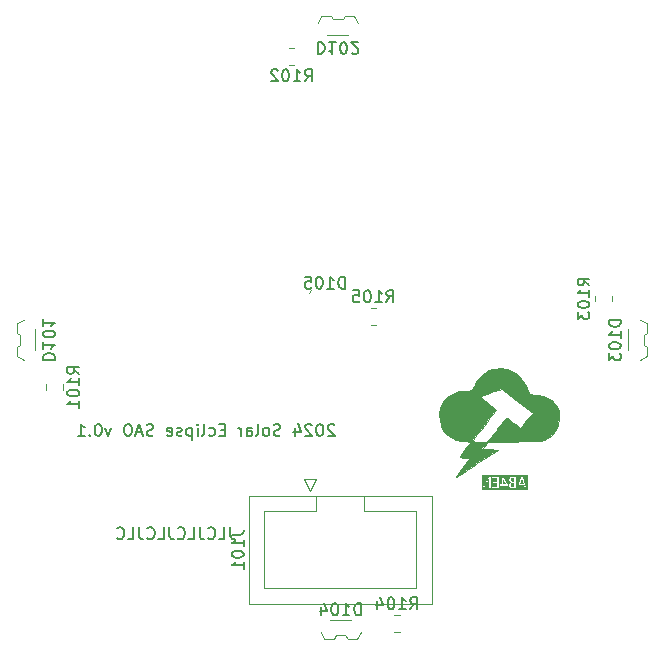
<source format=gbr>
%TF.GenerationSoftware,KiCad,Pcbnew,8.0.5-8.0.5-0~ubuntu22.04.1*%
%TF.CreationDate,2024-10-15T22:57:18-04:00*%
%TF.ProjectId,eclipse_sao_v1,65636c69-7073-4655-9f73-616f5f76312e,rev?*%
%TF.SameCoordinates,Original*%
%TF.FileFunction,Legend,Bot*%
%TF.FilePolarity,Positive*%
%FSLAX46Y46*%
G04 Gerber Fmt 4.6, Leading zero omitted, Abs format (unit mm)*
G04 Created by KiCad (PCBNEW 8.0.5-8.0.5-0~ubuntu22.04.1) date 2024-10-15 22:57:18*
%MOMM*%
%LPD*%
G01*
G04 APERTURE LIST*
%ADD10C,0.150000*%
%ADD11C,0.010000*%
%ADD12C,0.120000*%
G04 APERTURE END LIST*
D10*
X52877506Y-63869819D02*
X52877506Y-64584104D01*
X52877506Y-64584104D02*
X52925125Y-64726961D01*
X52925125Y-64726961D02*
X53020363Y-64822200D01*
X53020363Y-64822200D02*
X53163220Y-64869819D01*
X53163220Y-64869819D02*
X53258458Y-64869819D01*
X51925125Y-64869819D02*
X52401315Y-64869819D01*
X52401315Y-64869819D02*
X52401315Y-63869819D01*
X51020363Y-64774580D02*
X51067982Y-64822200D01*
X51067982Y-64822200D02*
X51210839Y-64869819D01*
X51210839Y-64869819D02*
X51306077Y-64869819D01*
X51306077Y-64869819D02*
X51448934Y-64822200D01*
X51448934Y-64822200D02*
X51544172Y-64726961D01*
X51544172Y-64726961D02*
X51591791Y-64631723D01*
X51591791Y-64631723D02*
X51639410Y-64441247D01*
X51639410Y-64441247D02*
X51639410Y-64298390D01*
X51639410Y-64298390D02*
X51591791Y-64107914D01*
X51591791Y-64107914D02*
X51544172Y-64012676D01*
X51544172Y-64012676D02*
X51448934Y-63917438D01*
X51448934Y-63917438D02*
X51306077Y-63869819D01*
X51306077Y-63869819D02*
X51210839Y-63869819D01*
X51210839Y-63869819D02*
X51067982Y-63917438D01*
X51067982Y-63917438D02*
X51020363Y-63965057D01*
X50306077Y-63869819D02*
X50306077Y-64584104D01*
X50306077Y-64584104D02*
X50353696Y-64726961D01*
X50353696Y-64726961D02*
X50448934Y-64822200D01*
X50448934Y-64822200D02*
X50591791Y-64869819D01*
X50591791Y-64869819D02*
X50687029Y-64869819D01*
X49353696Y-64869819D02*
X49829886Y-64869819D01*
X49829886Y-64869819D02*
X49829886Y-63869819D01*
X48448934Y-64774580D02*
X48496553Y-64822200D01*
X48496553Y-64822200D02*
X48639410Y-64869819D01*
X48639410Y-64869819D02*
X48734648Y-64869819D01*
X48734648Y-64869819D02*
X48877505Y-64822200D01*
X48877505Y-64822200D02*
X48972743Y-64726961D01*
X48972743Y-64726961D02*
X49020362Y-64631723D01*
X49020362Y-64631723D02*
X49067981Y-64441247D01*
X49067981Y-64441247D02*
X49067981Y-64298390D01*
X49067981Y-64298390D02*
X49020362Y-64107914D01*
X49020362Y-64107914D02*
X48972743Y-64012676D01*
X48972743Y-64012676D02*
X48877505Y-63917438D01*
X48877505Y-63917438D02*
X48734648Y-63869819D01*
X48734648Y-63869819D02*
X48639410Y-63869819D01*
X48639410Y-63869819D02*
X48496553Y-63917438D01*
X48496553Y-63917438D02*
X48448934Y-63965057D01*
X47734648Y-63869819D02*
X47734648Y-64584104D01*
X47734648Y-64584104D02*
X47782267Y-64726961D01*
X47782267Y-64726961D02*
X47877505Y-64822200D01*
X47877505Y-64822200D02*
X48020362Y-64869819D01*
X48020362Y-64869819D02*
X48115600Y-64869819D01*
X46782267Y-64869819D02*
X47258457Y-64869819D01*
X47258457Y-64869819D02*
X47258457Y-63869819D01*
X45877505Y-64774580D02*
X45925124Y-64822200D01*
X45925124Y-64822200D02*
X46067981Y-64869819D01*
X46067981Y-64869819D02*
X46163219Y-64869819D01*
X46163219Y-64869819D02*
X46306076Y-64822200D01*
X46306076Y-64822200D02*
X46401314Y-64726961D01*
X46401314Y-64726961D02*
X46448933Y-64631723D01*
X46448933Y-64631723D02*
X46496552Y-64441247D01*
X46496552Y-64441247D02*
X46496552Y-64298390D01*
X46496552Y-64298390D02*
X46448933Y-64107914D01*
X46448933Y-64107914D02*
X46401314Y-64012676D01*
X46401314Y-64012676D02*
X46306076Y-63917438D01*
X46306076Y-63917438D02*
X46163219Y-63869819D01*
X46163219Y-63869819D02*
X46067981Y-63869819D01*
X46067981Y-63869819D02*
X45925124Y-63917438D01*
X45925124Y-63917438D02*
X45877505Y-63965057D01*
X45163219Y-63869819D02*
X45163219Y-64584104D01*
X45163219Y-64584104D02*
X45210838Y-64726961D01*
X45210838Y-64726961D02*
X45306076Y-64822200D01*
X45306076Y-64822200D02*
X45448933Y-64869819D01*
X45448933Y-64869819D02*
X45544171Y-64869819D01*
X44210838Y-64869819D02*
X44687028Y-64869819D01*
X44687028Y-64869819D02*
X44687028Y-63869819D01*
X43306076Y-64774580D02*
X43353695Y-64822200D01*
X43353695Y-64822200D02*
X43496552Y-64869819D01*
X43496552Y-64869819D02*
X43591790Y-64869819D01*
X43591790Y-64869819D02*
X43734647Y-64822200D01*
X43734647Y-64822200D02*
X43829885Y-64726961D01*
X43829885Y-64726961D02*
X43877504Y-64631723D01*
X43877504Y-64631723D02*
X43925123Y-64441247D01*
X43925123Y-64441247D02*
X43925123Y-64298390D01*
X43925123Y-64298390D02*
X43877504Y-64107914D01*
X43877504Y-64107914D02*
X43829885Y-64012676D01*
X43829885Y-64012676D02*
X43734647Y-63917438D01*
X43734647Y-63917438D02*
X43591790Y-63869819D01*
X43591790Y-63869819D02*
X43496552Y-63869819D01*
X43496552Y-63869819D02*
X43353695Y-63917438D01*
X43353695Y-63917438D02*
X43306076Y-63965057D01*
G36*
X76016259Y-59779616D02*
G01*
X76252442Y-60241235D01*
X76009420Y-60241235D01*
X76009420Y-59765613D01*
X76016259Y-59779616D01*
G37*
G36*
X76958792Y-60472044D02*
G01*
X76787090Y-60472044D01*
X76736179Y-60465089D01*
X76703314Y-60450062D01*
X76666659Y-60415220D01*
X76650802Y-60387536D01*
X76636509Y-60340581D01*
X76632484Y-60292281D01*
X76635811Y-60243227D01*
X76647627Y-60195806D01*
X76673520Y-60152376D01*
X76695743Y-60133279D01*
X76742131Y-60114721D01*
X76782205Y-60111053D01*
X76945115Y-60111053D01*
X76958792Y-60111053D01*
X76958792Y-60472044D01*
G37*
G36*
X76958792Y-60004563D02*
G01*
X76943649Y-60004563D01*
X76798080Y-60004563D01*
X76748469Y-59997122D01*
X76722365Y-59985512D01*
X76685189Y-59953035D01*
X76670586Y-59930314D01*
X76654883Y-59882566D01*
X76651779Y-59844340D01*
X76655809Y-59794515D01*
X76667899Y-59754947D01*
X76697914Y-59716032D01*
X76716748Y-59704145D01*
X76764222Y-59690292D01*
X76799302Y-59688025D01*
X76958792Y-59688025D01*
X76958792Y-60004563D01*
G37*
G36*
X77729138Y-60205819D02*
G01*
X77458854Y-60205819D01*
X77594056Y-59754943D01*
X77729138Y-60205819D01*
G37*
G36*
X78081557Y-60691111D02*
G01*
X74169803Y-60691111D01*
X74169803Y-60580000D01*
X74280914Y-60580000D01*
X74407920Y-60580000D01*
X74808478Y-59808436D01*
X74808478Y-60580000D01*
X74934752Y-60580000D01*
X74934752Y-60472044D01*
X75092533Y-60472044D01*
X75092533Y-60580000D01*
X75504082Y-60580000D01*
X75630355Y-60580000D01*
X75630355Y-60241235D01*
X75776413Y-60241235D01*
X75776413Y-60345526D01*
X75887787Y-60345526D01*
X75887787Y-60580000D01*
X76009420Y-60580000D01*
X76009420Y-60345526D01*
X76387752Y-60345526D01*
X76387752Y-60290816D01*
X76505966Y-60290816D01*
X76506046Y-60292281D01*
X76508729Y-60341254D01*
X76518279Y-60391858D01*
X76536663Y-60440911D01*
X76540893Y-60449085D01*
X76570923Y-60492935D01*
X76608991Y-60528128D01*
X76638834Y-60546782D01*
X76684783Y-60565694D01*
X76735985Y-60576756D01*
X76787090Y-60580000D01*
X76958792Y-60580000D01*
X77085066Y-60580000D01*
X77217690Y-60580000D01*
X77346650Y-60580000D01*
X77426335Y-60314263D01*
X77761628Y-60314263D01*
X77841242Y-60580000D01*
X77970446Y-60580000D01*
X77648290Y-59579581D01*
X77621423Y-59579581D01*
X77539846Y-59579581D01*
X77338184Y-60205819D01*
X77217690Y-60580000D01*
X77085066Y-60580000D01*
X77085066Y-59579581D01*
X76799302Y-59579581D01*
X76749169Y-59582120D01*
X76700229Y-59590535D01*
X76684019Y-59594968D01*
X76637063Y-59614691D01*
X76597801Y-59643084D01*
X76564929Y-59682562D01*
X76543824Y-59725638D01*
X76531134Y-59773236D01*
X76525714Y-59824215D01*
X76525287Y-59844340D01*
X76525261Y-59845561D01*
X76530591Y-59897340D01*
X76546579Y-59944537D01*
X76553105Y-59957180D01*
X76581629Y-59997104D01*
X76618474Y-60030110D01*
X76630530Y-60038269D01*
X76656826Y-60051550D01*
X76645413Y-60054013D01*
X76599790Y-60077891D01*
X76591695Y-60084187D01*
X76556590Y-60120887D01*
X76530501Y-60165960D01*
X76527704Y-60172602D01*
X76512844Y-60221676D01*
X76506497Y-60270928D01*
X76505966Y-60290816D01*
X76387752Y-60290816D01*
X76387752Y-60270788D01*
X76016259Y-59579581D01*
X76009420Y-59579581D01*
X75887787Y-59579581D01*
X75887787Y-60241235D01*
X75776413Y-60241235D01*
X75630355Y-60241235D01*
X75630355Y-59579581D01*
X75526796Y-59579581D01*
X75099371Y-59579581D01*
X75099371Y-59688025D01*
X75504082Y-59688025D01*
X75504082Y-60003342D01*
X75150907Y-60003342D01*
X75150907Y-60111053D01*
X75504082Y-60111053D01*
X75504082Y-60472044D01*
X75092533Y-60472044D01*
X74934752Y-60472044D01*
X74934752Y-59579581D01*
X74808478Y-59579581D01*
X74405966Y-60353342D01*
X74405966Y-59579581D01*
X74280914Y-59579581D01*
X74280914Y-60580000D01*
X74169803Y-60580000D01*
X74169803Y-59468470D01*
X78081557Y-59468470D01*
X78081557Y-60691111D01*
G37*
X61710839Y-55215057D02*
X61663220Y-55167438D01*
X61663220Y-55167438D02*
X61567982Y-55119819D01*
X61567982Y-55119819D02*
X61329887Y-55119819D01*
X61329887Y-55119819D02*
X61234649Y-55167438D01*
X61234649Y-55167438D02*
X61187030Y-55215057D01*
X61187030Y-55215057D02*
X61139411Y-55310295D01*
X61139411Y-55310295D02*
X61139411Y-55405533D01*
X61139411Y-55405533D02*
X61187030Y-55548390D01*
X61187030Y-55548390D02*
X61758458Y-56119819D01*
X61758458Y-56119819D02*
X61139411Y-56119819D01*
X60520363Y-55119819D02*
X60425125Y-55119819D01*
X60425125Y-55119819D02*
X60329887Y-55167438D01*
X60329887Y-55167438D02*
X60282268Y-55215057D01*
X60282268Y-55215057D02*
X60234649Y-55310295D01*
X60234649Y-55310295D02*
X60187030Y-55500771D01*
X60187030Y-55500771D02*
X60187030Y-55738866D01*
X60187030Y-55738866D02*
X60234649Y-55929342D01*
X60234649Y-55929342D02*
X60282268Y-56024580D01*
X60282268Y-56024580D02*
X60329887Y-56072200D01*
X60329887Y-56072200D02*
X60425125Y-56119819D01*
X60425125Y-56119819D02*
X60520363Y-56119819D01*
X60520363Y-56119819D02*
X60615601Y-56072200D01*
X60615601Y-56072200D02*
X60663220Y-56024580D01*
X60663220Y-56024580D02*
X60710839Y-55929342D01*
X60710839Y-55929342D02*
X60758458Y-55738866D01*
X60758458Y-55738866D02*
X60758458Y-55500771D01*
X60758458Y-55500771D02*
X60710839Y-55310295D01*
X60710839Y-55310295D02*
X60663220Y-55215057D01*
X60663220Y-55215057D02*
X60615601Y-55167438D01*
X60615601Y-55167438D02*
X60520363Y-55119819D01*
X59806077Y-55215057D02*
X59758458Y-55167438D01*
X59758458Y-55167438D02*
X59663220Y-55119819D01*
X59663220Y-55119819D02*
X59425125Y-55119819D01*
X59425125Y-55119819D02*
X59329887Y-55167438D01*
X59329887Y-55167438D02*
X59282268Y-55215057D01*
X59282268Y-55215057D02*
X59234649Y-55310295D01*
X59234649Y-55310295D02*
X59234649Y-55405533D01*
X59234649Y-55405533D02*
X59282268Y-55548390D01*
X59282268Y-55548390D02*
X59853696Y-56119819D01*
X59853696Y-56119819D02*
X59234649Y-56119819D01*
X58377506Y-55453152D02*
X58377506Y-56119819D01*
X58615601Y-55072200D02*
X58853696Y-55786485D01*
X58853696Y-55786485D02*
X58234649Y-55786485D01*
X57139410Y-56072200D02*
X56996553Y-56119819D01*
X56996553Y-56119819D02*
X56758458Y-56119819D01*
X56758458Y-56119819D02*
X56663220Y-56072200D01*
X56663220Y-56072200D02*
X56615601Y-56024580D01*
X56615601Y-56024580D02*
X56567982Y-55929342D01*
X56567982Y-55929342D02*
X56567982Y-55834104D01*
X56567982Y-55834104D02*
X56615601Y-55738866D01*
X56615601Y-55738866D02*
X56663220Y-55691247D01*
X56663220Y-55691247D02*
X56758458Y-55643628D01*
X56758458Y-55643628D02*
X56948934Y-55596009D01*
X56948934Y-55596009D02*
X57044172Y-55548390D01*
X57044172Y-55548390D02*
X57091791Y-55500771D01*
X57091791Y-55500771D02*
X57139410Y-55405533D01*
X57139410Y-55405533D02*
X57139410Y-55310295D01*
X57139410Y-55310295D02*
X57091791Y-55215057D01*
X57091791Y-55215057D02*
X57044172Y-55167438D01*
X57044172Y-55167438D02*
X56948934Y-55119819D01*
X56948934Y-55119819D02*
X56710839Y-55119819D01*
X56710839Y-55119819D02*
X56567982Y-55167438D01*
X55996553Y-56119819D02*
X56091791Y-56072200D01*
X56091791Y-56072200D02*
X56139410Y-56024580D01*
X56139410Y-56024580D02*
X56187029Y-55929342D01*
X56187029Y-55929342D02*
X56187029Y-55643628D01*
X56187029Y-55643628D02*
X56139410Y-55548390D01*
X56139410Y-55548390D02*
X56091791Y-55500771D01*
X56091791Y-55500771D02*
X55996553Y-55453152D01*
X55996553Y-55453152D02*
X55853696Y-55453152D01*
X55853696Y-55453152D02*
X55758458Y-55500771D01*
X55758458Y-55500771D02*
X55710839Y-55548390D01*
X55710839Y-55548390D02*
X55663220Y-55643628D01*
X55663220Y-55643628D02*
X55663220Y-55929342D01*
X55663220Y-55929342D02*
X55710839Y-56024580D01*
X55710839Y-56024580D02*
X55758458Y-56072200D01*
X55758458Y-56072200D02*
X55853696Y-56119819D01*
X55853696Y-56119819D02*
X55996553Y-56119819D01*
X55091791Y-56119819D02*
X55187029Y-56072200D01*
X55187029Y-56072200D02*
X55234648Y-55976961D01*
X55234648Y-55976961D02*
X55234648Y-55119819D01*
X54282267Y-56119819D02*
X54282267Y-55596009D01*
X54282267Y-55596009D02*
X54329886Y-55500771D01*
X54329886Y-55500771D02*
X54425124Y-55453152D01*
X54425124Y-55453152D02*
X54615600Y-55453152D01*
X54615600Y-55453152D02*
X54710838Y-55500771D01*
X54282267Y-56072200D02*
X54377505Y-56119819D01*
X54377505Y-56119819D02*
X54615600Y-56119819D01*
X54615600Y-56119819D02*
X54710838Y-56072200D01*
X54710838Y-56072200D02*
X54758457Y-55976961D01*
X54758457Y-55976961D02*
X54758457Y-55881723D01*
X54758457Y-55881723D02*
X54710838Y-55786485D01*
X54710838Y-55786485D02*
X54615600Y-55738866D01*
X54615600Y-55738866D02*
X54377505Y-55738866D01*
X54377505Y-55738866D02*
X54282267Y-55691247D01*
X53806076Y-56119819D02*
X53806076Y-55453152D01*
X53806076Y-55643628D02*
X53758457Y-55548390D01*
X53758457Y-55548390D02*
X53710838Y-55500771D01*
X53710838Y-55500771D02*
X53615600Y-55453152D01*
X53615600Y-55453152D02*
X53520362Y-55453152D01*
X52425123Y-55596009D02*
X52091790Y-55596009D01*
X51948933Y-56119819D02*
X52425123Y-56119819D01*
X52425123Y-56119819D02*
X52425123Y-55119819D01*
X52425123Y-55119819D02*
X51948933Y-55119819D01*
X51091790Y-56072200D02*
X51187028Y-56119819D01*
X51187028Y-56119819D02*
X51377504Y-56119819D01*
X51377504Y-56119819D02*
X51472742Y-56072200D01*
X51472742Y-56072200D02*
X51520361Y-56024580D01*
X51520361Y-56024580D02*
X51567980Y-55929342D01*
X51567980Y-55929342D02*
X51567980Y-55643628D01*
X51567980Y-55643628D02*
X51520361Y-55548390D01*
X51520361Y-55548390D02*
X51472742Y-55500771D01*
X51472742Y-55500771D02*
X51377504Y-55453152D01*
X51377504Y-55453152D02*
X51187028Y-55453152D01*
X51187028Y-55453152D02*
X51091790Y-55500771D01*
X50520361Y-56119819D02*
X50615599Y-56072200D01*
X50615599Y-56072200D02*
X50663218Y-55976961D01*
X50663218Y-55976961D02*
X50663218Y-55119819D01*
X50139408Y-56119819D02*
X50139408Y-55453152D01*
X50139408Y-55119819D02*
X50187027Y-55167438D01*
X50187027Y-55167438D02*
X50139408Y-55215057D01*
X50139408Y-55215057D02*
X50091789Y-55167438D01*
X50091789Y-55167438D02*
X50139408Y-55119819D01*
X50139408Y-55119819D02*
X50139408Y-55215057D01*
X49663218Y-55453152D02*
X49663218Y-56453152D01*
X49663218Y-55500771D02*
X49567980Y-55453152D01*
X49567980Y-55453152D02*
X49377504Y-55453152D01*
X49377504Y-55453152D02*
X49282266Y-55500771D01*
X49282266Y-55500771D02*
X49234647Y-55548390D01*
X49234647Y-55548390D02*
X49187028Y-55643628D01*
X49187028Y-55643628D02*
X49187028Y-55929342D01*
X49187028Y-55929342D02*
X49234647Y-56024580D01*
X49234647Y-56024580D02*
X49282266Y-56072200D01*
X49282266Y-56072200D02*
X49377504Y-56119819D01*
X49377504Y-56119819D02*
X49567980Y-56119819D01*
X49567980Y-56119819D02*
X49663218Y-56072200D01*
X48806075Y-56072200D02*
X48710837Y-56119819D01*
X48710837Y-56119819D02*
X48520361Y-56119819D01*
X48520361Y-56119819D02*
X48425123Y-56072200D01*
X48425123Y-56072200D02*
X48377504Y-55976961D01*
X48377504Y-55976961D02*
X48377504Y-55929342D01*
X48377504Y-55929342D02*
X48425123Y-55834104D01*
X48425123Y-55834104D02*
X48520361Y-55786485D01*
X48520361Y-55786485D02*
X48663218Y-55786485D01*
X48663218Y-55786485D02*
X48758456Y-55738866D01*
X48758456Y-55738866D02*
X48806075Y-55643628D01*
X48806075Y-55643628D02*
X48806075Y-55596009D01*
X48806075Y-55596009D02*
X48758456Y-55500771D01*
X48758456Y-55500771D02*
X48663218Y-55453152D01*
X48663218Y-55453152D02*
X48520361Y-55453152D01*
X48520361Y-55453152D02*
X48425123Y-55500771D01*
X47567980Y-56072200D02*
X47663218Y-56119819D01*
X47663218Y-56119819D02*
X47853694Y-56119819D01*
X47853694Y-56119819D02*
X47948932Y-56072200D01*
X47948932Y-56072200D02*
X47996551Y-55976961D01*
X47996551Y-55976961D02*
X47996551Y-55596009D01*
X47996551Y-55596009D02*
X47948932Y-55500771D01*
X47948932Y-55500771D02*
X47853694Y-55453152D01*
X47853694Y-55453152D02*
X47663218Y-55453152D01*
X47663218Y-55453152D02*
X47567980Y-55500771D01*
X47567980Y-55500771D02*
X47520361Y-55596009D01*
X47520361Y-55596009D02*
X47520361Y-55691247D01*
X47520361Y-55691247D02*
X47996551Y-55786485D01*
X46377503Y-56072200D02*
X46234646Y-56119819D01*
X46234646Y-56119819D02*
X45996551Y-56119819D01*
X45996551Y-56119819D02*
X45901313Y-56072200D01*
X45901313Y-56072200D02*
X45853694Y-56024580D01*
X45853694Y-56024580D02*
X45806075Y-55929342D01*
X45806075Y-55929342D02*
X45806075Y-55834104D01*
X45806075Y-55834104D02*
X45853694Y-55738866D01*
X45853694Y-55738866D02*
X45901313Y-55691247D01*
X45901313Y-55691247D02*
X45996551Y-55643628D01*
X45996551Y-55643628D02*
X46187027Y-55596009D01*
X46187027Y-55596009D02*
X46282265Y-55548390D01*
X46282265Y-55548390D02*
X46329884Y-55500771D01*
X46329884Y-55500771D02*
X46377503Y-55405533D01*
X46377503Y-55405533D02*
X46377503Y-55310295D01*
X46377503Y-55310295D02*
X46329884Y-55215057D01*
X46329884Y-55215057D02*
X46282265Y-55167438D01*
X46282265Y-55167438D02*
X46187027Y-55119819D01*
X46187027Y-55119819D02*
X45948932Y-55119819D01*
X45948932Y-55119819D02*
X45806075Y-55167438D01*
X45425122Y-55834104D02*
X44948932Y-55834104D01*
X45520360Y-56119819D02*
X45187027Y-55119819D01*
X45187027Y-55119819D02*
X44853694Y-56119819D01*
X44329884Y-55119819D02*
X44139408Y-55119819D01*
X44139408Y-55119819D02*
X44044170Y-55167438D01*
X44044170Y-55167438D02*
X43948932Y-55262676D01*
X43948932Y-55262676D02*
X43901313Y-55453152D01*
X43901313Y-55453152D02*
X43901313Y-55786485D01*
X43901313Y-55786485D02*
X43948932Y-55976961D01*
X43948932Y-55976961D02*
X44044170Y-56072200D01*
X44044170Y-56072200D02*
X44139408Y-56119819D01*
X44139408Y-56119819D02*
X44329884Y-56119819D01*
X44329884Y-56119819D02*
X44425122Y-56072200D01*
X44425122Y-56072200D02*
X44520360Y-55976961D01*
X44520360Y-55976961D02*
X44567979Y-55786485D01*
X44567979Y-55786485D02*
X44567979Y-55453152D01*
X44567979Y-55453152D02*
X44520360Y-55262676D01*
X44520360Y-55262676D02*
X44425122Y-55167438D01*
X44425122Y-55167438D02*
X44329884Y-55119819D01*
X42806074Y-55453152D02*
X42567979Y-56119819D01*
X42567979Y-56119819D02*
X42329884Y-55453152D01*
X41758455Y-55119819D02*
X41663217Y-55119819D01*
X41663217Y-55119819D02*
X41567979Y-55167438D01*
X41567979Y-55167438D02*
X41520360Y-55215057D01*
X41520360Y-55215057D02*
X41472741Y-55310295D01*
X41472741Y-55310295D02*
X41425122Y-55500771D01*
X41425122Y-55500771D02*
X41425122Y-55738866D01*
X41425122Y-55738866D02*
X41472741Y-55929342D01*
X41472741Y-55929342D02*
X41520360Y-56024580D01*
X41520360Y-56024580D02*
X41567979Y-56072200D01*
X41567979Y-56072200D02*
X41663217Y-56119819D01*
X41663217Y-56119819D02*
X41758455Y-56119819D01*
X41758455Y-56119819D02*
X41853693Y-56072200D01*
X41853693Y-56072200D02*
X41901312Y-56024580D01*
X41901312Y-56024580D02*
X41948931Y-55929342D01*
X41948931Y-55929342D02*
X41996550Y-55738866D01*
X41996550Y-55738866D02*
X41996550Y-55500771D01*
X41996550Y-55500771D02*
X41948931Y-55310295D01*
X41948931Y-55310295D02*
X41901312Y-55215057D01*
X41901312Y-55215057D02*
X41853693Y-55167438D01*
X41853693Y-55167438D02*
X41758455Y-55119819D01*
X40996550Y-56024580D02*
X40948931Y-56072200D01*
X40948931Y-56072200D02*
X40996550Y-56119819D01*
X40996550Y-56119819D02*
X41044169Y-56072200D01*
X41044169Y-56072200D02*
X40996550Y-56024580D01*
X40996550Y-56024580D02*
X40996550Y-56119819D01*
X39996551Y-56119819D02*
X40567979Y-56119819D01*
X40282265Y-56119819D02*
X40282265Y-55119819D01*
X40282265Y-55119819D02*
X40377503Y-55262676D01*
X40377503Y-55262676D02*
X40472741Y-55357914D01*
X40472741Y-55357914D02*
X40567979Y-55405533D01*
X62615475Y-43654819D02*
X62615475Y-42654819D01*
X62615475Y-42654819D02*
X62377380Y-42654819D01*
X62377380Y-42654819D02*
X62234523Y-42702438D01*
X62234523Y-42702438D02*
X62139285Y-42797676D01*
X62139285Y-42797676D02*
X62091666Y-42892914D01*
X62091666Y-42892914D02*
X62044047Y-43083390D01*
X62044047Y-43083390D02*
X62044047Y-43226247D01*
X62044047Y-43226247D02*
X62091666Y-43416723D01*
X62091666Y-43416723D02*
X62139285Y-43511961D01*
X62139285Y-43511961D02*
X62234523Y-43607200D01*
X62234523Y-43607200D02*
X62377380Y-43654819D01*
X62377380Y-43654819D02*
X62615475Y-43654819D01*
X61091666Y-43654819D02*
X61663094Y-43654819D01*
X61377380Y-43654819D02*
X61377380Y-42654819D01*
X61377380Y-42654819D02*
X61472618Y-42797676D01*
X61472618Y-42797676D02*
X61567856Y-42892914D01*
X61567856Y-42892914D02*
X61663094Y-42940533D01*
X60472618Y-42654819D02*
X60377380Y-42654819D01*
X60377380Y-42654819D02*
X60282142Y-42702438D01*
X60282142Y-42702438D02*
X60234523Y-42750057D01*
X60234523Y-42750057D02*
X60186904Y-42845295D01*
X60186904Y-42845295D02*
X60139285Y-43035771D01*
X60139285Y-43035771D02*
X60139285Y-43273866D01*
X60139285Y-43273866D02*
X60186904Y-43464342D01*
X60186904Y-43464342D02*
X60234523Y-43559580D01*
X60234523Y-43559580D02*
X60282142Y-43607200D01*
X60282142Y-43607200D02*
X60377380Y-43654819D01*
X60377380Y-43654819D02*
X60472618Y-43654819D01*
X60472618Y-43654819D02*
X60567856Y-43607200D01*
X60567856Y-43607200D02*
X60615475Y-43559580D01*
X60615475Y-43559580D02*
X60663094Y-43464342D01*
X60663094Y-43464342D02*
X60710713Y-43273866D01*
X60710713Y-43273866D02*
X60710713Y-43035771D01*
X60710713Y-43035771D02*
X60663094Y-42845295D01*
X60663094Y-42845295D02*
X60615475Y-42750057D01*
X60615475Y-42750057D02*
X60567856Y-42702438D01*
X60567856Y-42702438D02*
X60472618Y-42654819D01*
X59234523Y-42654819D02*
X59710713Y-42654819D01*
X59710713Y-42654819D02*
X59758332Y-43131009D01*
X59758332Y-43131009D02*
X59710713Y-43083390D01*
X59710713Y-43083390D02*
X59615475Y-43035771D01*
X59615475Y-43035771D02*
X59377380Y-43035771D01*
X59377380Y-43035771D02*
X59282142Y-43083390D01*
X59282142Y-43083390D02*
X59234523Y-43131009D01*
X59234523Y-43131009D02*
X59186904Y-43226247D01*
X59186904Y-43226247D02*
X59186904Y-43464342D01*
X59186904Y-43464342D02*
X59234523Y-43559580D01*
X59234523Y-43559580D02*
X59282142Y-43607200D01*
X59282142Y-43607200D02*
X59377380Y-43654819D01*
X59377380Y-43654819D02*
X59615475Y-43654819D01*
X59615475Y-43654819D02*
X59710713Y-43607200D01*
X59710713Y-43607200D02*
X59758332Y-43559580D01*
X63940475Y-71304819D02*
X63940475Y-70304819D01*
X63940475Y-70304819D02*
X63702380Y-70304819D01*
X63702380Y-70304819D02*
X63559523Y-70352438D01*
X63559523Y-70352438D02*
X63464285Y-70447676D01*
X63464285Y-70447676D02*
X63416666Y-70542914D01*
X63416666Y-70542914D02*
X63369047Y-70733390D01*
X63369047Y-70733390D02*
X63369047Y-70876247D01*
X63369047Y-70876247D02*
X63416666Y-71066723D01*
X63416666Y-71066723D02*
X63464285Y-71161961D01*
X63464285Y-71161961D02*
X63559523Y-71257200D01*
X63559523Y-71257200D02*
X63702380Y-71304819D01*
X63702380Y-71304819D02*
X63940475Y-71304819D01*
X62416666Y-71304819D02*
X62988094Y-71304819D01*
X62702380Y-71304819D02*
X62702380Y-70304819D01*
X62702380Y-70304819D02*
X62797618Y-70447676D01*
X62797618Y-70447676D02*
X62892856Y-70542914D01*
X62892856Y-70542914D02*
X62988094Y-70590533D01*
X61797618Y-70304819D02*
X61702380Y-70304819D01*
X61702380Y-70304819D02*
X61607142Y-70352438D01*
X61607142Y-70352438D02*
X61559523Y-70400057D01*
X61559523Y-70400057D02*
X61511904Y-70495295D01*
X61511904Y-70495295D02*
X61464285Y-70685771D01*
X61464285Y-70685771D02*
X61464285Y-70923866D01*
X61464285Y-70923866D02*
X61511904Y-71114342D01*
X61511904Y-71114342D02*
X61559523Y-71209580D01*
X61559523Y-71209580D02*
X61607142Y-71257200D01*
X61607142Y-71257200D02*
X61702380Y-71304819D01*
X61702380Y-71304819D02*
X61797618Y-71304819D01*
X61797618Y-71304819D02*
X61892856Y-71257200D01*
X61892856Y-71257200D02*
X61940475Y-71209580D01*
X61940475Y-71209580D02*
X61988094Y-71114342D01*
X61988094Y-71114342D02*
X62035713Y-70923866D01*
X62035713Y-70923866D02*
X62035713Y-70685771D01*
X62035713Y-70685771D02*
X61988094Y-70495295D01*
X61988094Y-70495295D02*
X61940475Y-70400057D01*
X61940475Y-70400057D02*
X61892856Y-70352438D01*
X61892856Y-70352438D02*
X61797618Y-70304819D01*
X60607142Y-70638152D02*
X60607142Y-71304819D01*
X60845237Y-70257200D02*
X61083332Y-70971485D01*
X61083332Y-70971485D02*
X60464285Y-70971485D01*
X60309524Y-22795180D02*
X60309524Y-23795180D01*
X60309524Y-23795180D02*
X60547619Y-23795180D01*
X60547619Y-23795180D02*
X60690476Y-23747561D01*
X60690476Y-23747561D02*
X60785714Y-23652323D01*
X60785714Y-23652323D02*
X60833333Y-23557085D01*
X60833333Y-23557085D02*
X60880952Y-23366609D01*
X60880952Y-23366609D02*
X60880952Y-23223752D01*
X60880952Y-23223752D02*
X60833333Y-23033276D01*
X60833333Y-23033276D02*
X60785714Y-22938038D01*
X60785714Y-22938038D02*
X60690476Y-22842800D01*
X60690476Y-22842800D02*
X60547619Y-22795180D01*
X60547619Y-22795180D02*
X60309524Y-22795180D01*
X61833333Y-22795180D02*
X61261905Y-22795180D01*
X61547619Y-22795180D02*
X61547619Y-23795180D01*
X61547619Y-23795180D02*
X61452381Y-23652323D01*
X61452381Y-23652323D02*
X61357143Y-23557085D01*
X61357143Y-23557085D02*
X61261905Y-23509466D01*
X62452381Y-23795180D02*
X62547619Y-23795180D01*
X62547619Y-23795180D02*
X62642857Y-23747561D01*
X62642857Y-23747561D02*
X62690476Y-23699942D01*
X62690476Y-23699942D02*
X62738095Y-23604704D01*
X62738095Y-23604704D02*
X62785714Y-23414228D01*
X62785714Y-23414228D02*
X62785714Y-23176133D01*
X62785714Y-23176133D02*
X62738095Y-22985657D01*
X62738095Y-22985657D02*
X62690476Y-22890419D01*
X62690476Y-22890419D02*
X62642857Y-22842800D01*
X62642857Y-22842800D02*
X62547619Y-22795180D01*
X62547619Y-22795180D02*
X62452381Y-22795180D01*
X62452381Y-22795180D02*
X62357143Y-22842800D01*
X62357143Y-22842800D02*
X62309524Y-22890419D01*
X62309524Y-22890419D02*
X62261905Y-22985657D01*
X62261905Y-22985657D02*
X62214286Y-23176133D01*
X62214286Y-23176133D02*
X62214286Y-23414228D01*
X62214286Y-23414228D02*
X62261905Y-23604704D01*
X62261905Y-23604704D02*
X62309524Y-23699942D01*
X62309524Y-23699942D02*
X62357143Y-23747561D01*
X62357143Y-23747561D02*
X62452381Y-23795180D01*
X63166667Y-23699942D02*
X63214286Y-23747561D01*
X63214286Y-23747561D02*
X63309524Y-23795180D01*
X63309524Y-23795180D02*
X63547619Y-23795180D01*
X63547619Y-23795180D02*
X63642857Y-23747561D01*
X63642857Y-23747561D02*
X63690476Y-23699942D01*
X63690476Y-23699942D02*
X63738095Y-23604704D01*
X63738095Y-23604704D02*
X63738095Y-23509466D01*
X63738095Y-23509466D02*
X63690476Y-23366609D01*
X63690476Y-23366609D02*
X63119048Y-22795180D01*
X63119048Y-22795180D02*
X63738095Y-22795180D01*
X59206547Y-26104819D02*
X59539880Y-25628628D01*
X59777975Y-26104819D02*
X59777975Y-25104819D01*
X59777975Y-25104819D02*
X59397023Y-25104819D01*
X59397023Y-25104819D02*
X59301785Y-25152438D01*
X59301785Y-25152438D02*
X59254166Y-25200057D01*
X59254166Y-25200057D02*
X59206547Y-25295295D01*
X59206547Y-25295295D02*
X59206547Y-25438152D01*
X59206547Y-25438152D02*
X59254166Y-25533390D01*
X59254166Y-25533390D02*
X59301785Y-25581009D01*
X59301785Y-25581009D02*
X59397023Y-25628628D01*
X59397023Y-25628628D02*
X59777975Y-25628628D01*
X58254166Y-26104819D02*
X58825594Y-26104819D01*
X58539880Y-26104819D02*
X58539880Y-25104819D01*
X58539880Y-25104819D02*
X58635118Y-25247676D01*
X58635118Y-25247676D02*
X58730356Y-25342914D01*
X58730356Y-25342914D02*
X58825594Y-25390533D01*
X57635118Y-25104819D02*
X57539880Y-25104819D01*
X57539880Y-25104819D02*
X57444642Y-25152438D01*
X57444642Y-25152438D02*
X57397023Y-25200057D01*
X57397023Y-25200057D02*
X57349404Y-25295295D01*
X57349404Y-25295295D02*
X57301785Y-25485771D01*
X57301785Y-25485771D02*
X57301785Y-25723866D01*
X57301785Y-25723866D02*
X57349404Y-25914342D01*
X57349404Y-25914342D02*
X57397023Y-26009580D01*
X57397023Y-26009580D02*
X57444642Y-26057200D01*
X57444642Y-26057200D02*
X57539880Y-26104819D01*
X57539880Y-26104819D02*
X57635118Y-26104819D01*
X57635118Y-26104819D02*
X57730356Y-26057200D01*
X57730356Y-26057200D02*
X57777975Y-26009580D01*
X57777975Y-26009580D02*
X57825594Y-25914342D01*
X57825594Y-25914342D02*
X57873213Y-25723866D01*
X57873213Y-25723866D02*
X57873213Y-25485771D01*
X57873213Y-25485771D02*
X57825594Y-25295295D01*
X57825594Y-25295295D02*
X57777975Y-25200057D01*
X57777975Y-25200057D02*
X57730356Y-25152438D01*
X57730356Y-25152438D02*
X57635118Y-25104819D01*
X56920832Y-25200057D02*
X56873213Y-25152438D01*
X56873213Y-25152438D02*
X56777975Y-25104819D01*
X56777975Y-25104819D02*
X56539880Y-25104819D01*
X56539880Y-25104819D02*
X56444642Y-25152438D01*
X56444642Y-25152438D02*
X56397023Y-25200057D01*
X56397023Y-25200057D02*
X56349404Y-25295295D01*
X56349404Y-25295295D02*
X56349404Y-25390533D01*
X56349404Y-25390533D02*
X56397023Y-25533390D01*
X56397023Y-25533390D02*
X56968451Y-26104819D01*
X56968451Y-26104819D02*
X56349404Y-26104819D01*
X37045180Y-49690475D02*
X38045180Y-49690475D01*
X38045180Y-49690475D02*
X38045180Y-49452380D01*
X38045180Y-49452380D02*
X37997561Y-49309523D01*
X37997561Y-49309523D02*
X37902323Y-49214285D01*
X37902323Y-49214285D02*
X37807085Y-49166666D01*
X37807085Y-49166666D02*
X37616609Y-49119047D01*
X37616609Y-49119047D02*
X37473752Y-49119047D01*
X37473752Y-49119047D02*
X37283276Y-49166666D01*
X37283276Y-49166666D02*
X37188038Y-49214285D01*
X37188038Y-49214285D02*
X37092800Y-49309523D01*
X37092800Y-49309523D02*
X37045180Y-49452380D01*
X37045180Y-49452380D02*
X37045180Y-49690475D01*
X37045180Y-48166666D02*
X37045180Y-48738094D01*
X37045180Y-48452380D02*
X38045180Y-48452380D01*
X38045180Y-48452380D02*
X37902323Y-48547618D01*
X37902323Y-48547618D02*
X37807085Y-48642856D01*
X37807085Y-48642856D02*
X37759466Y-48738094D01*
X38045180Y-47547618D02*
X38045180Y-47452380D01*
X38045180Y-47452380D02*
X37997561Y-47357142D01*
X37997561Y-47357142D02*
X37949942Y-47309523D01*
X37949942Y-47309523D02*
X37854704Y-47261904D01*
X37854704Y-47261904D02*
X37664228Y-47214285D01*
X37664228Y-47214285D02*
X37426133Y-47214285D01*
X37426133Y-47214285D02*
X37235657Y-47261904D01*
X37235657Y-47261904D02*
X37140419Y-47309523D01*
X37140419Y-47309523D02*
X37092800Y-47357142D01*
X37092800Y-47357142D02*
X37045180Y-47452380D01*
X37045180Y-47452380D02*
X37045180Y-47547618D01*
X37045180Y-47547618D02*
X37092800Y-47642856D01*
X37092800Y-47642856D02*
X37140419Y-47690475D01*
X37140419Y-47690475D02*
X37235657Y-47738094D01*
X37235657Y-47738094D02*
X37426133Y-47785713D01*
X37426133Y-47785713D02*
X37664228Y-47785713D01*
X37664228Y-47785713D02*
X37854704Y-47738094D01*
X37854704Y-47738094D02*
X37949942Y-47690475D01*
X37949942Y-47690475D02*
X37997561Y-47642856D01*
X37997561Y-47642856D02*
X38045180Y-47547618D01*
X37045180Y-46261904D02*
X37045180Y-46833332D01*
X37045180Y-46547618D02*
X38045180Y-46547618D01*
X38045180Y-46547618D02*
X37902323Y-46642856D01*
X37902323Y-46642856D02*
X37807085Y-46738094D01*
X37807085Y-46738094D02*
X37759466Y-46833332D01*
X83304819Y-43380952D02*
X82828628Y-43047619D01*
X83304819Y-42809524D02*
X82304819Y-42809524D01*
X82304819Y-42809524D02*
X82304819Y-43190476D01*
X82304819Y-43190476D02*
X82352438Y-43285714D01*
X82352438Y-43285714D02*
X82400057Y-43333333D01*
X82400057Y-43333333D02*
X82495295Y-43380952D01*
X82495295Y-43380952D02*
X82638152Y-43380952D01*
X82638152Y-43380952D02*
X82733390Y-43333333D01*
X82733390Y-43333333D02*
X82781009Y-43285714D01*
X82781009Y-43285714D02*
X82828628Y-43190476D01*
X82828628Y-43190476D02*
X82828628Y-42809524D01*
X83304819Y-44333333D02*
X83304819Y-43761905D01*
X83304819Y-44047619D02*
X82304819Y-44047619D01*
X82304819Y-44047619D02*
X82447676Y-43952381D01*
X82447676Y-43952381D02*
X82542914Y-43857143D01*
X82542914Y-43857143D02*
X82590533Y-43761905D01*
X82304819Y-44952381D02*
X82304819Y-45047619D01*
X82304819Y-45047619D02*
X82352438Y-45142857D01*
X82352438Y-45142857D02*
X82400057Y-45190476D01*
X82400057Y-45190476D02*
X82495295Y-45238095D01*
X82495295Y-45238095D02*
X82685771Y-45285714D01*
X82685771Y-45285714D02*
X82923866Y-45285714D01*
X82923866Y-45285714D02*
X83114342Y-45238095D01*
X83114342Y-45238095D02*
X83209580Y-45190476D01*
X83209580Y-45190476D02*
X83257200Y-45142857D01*
X83257200Y-45142857D02*
X83304819Y-45047619D01*
X83304819Y-45047619D02*
X83304819Y-44952381D01*
X83304819Y-44952381D02*
X83257200Y-44857143D01*
X83257200Y-44857143D02*
X83209580Y-44809524D01*
X83209580Y-44809524D02*
X83114342Y-44761905D01*
X83114342Y-44761905D02*
X82923866Y-44714286D01*
X82923866Y-44714286D02*
X82685771Y-44714286D01*
X82685771Y-44714286D02*
X82495295Y-44761905D01*
X82495295Y-44761905D02*
X82400057Y-44809524D01*
X82400057Y-44809524D02*
X82352438Y-44857143D01*
X82352438Y-44857143D02*
X82304819Y-44952381D01*
X82304819Y-45619048D02*
X82304819Y-46238095D01*
X82304819Y-46238095D02*
X82685771Y-45904762D01*
X82685771Y-45904762D02*
X82685771Y-46047619D01*
X82685771Y-46047619D02*
X82733390Y-46142857D01*
X82733390Y-46142857D02*
X82781009Y-46190476D01*
X82781009Y-46190476D02*
X82876247Y-46238095D01*
X82876247Y-46238095D02*
X83114342Y-46238095D01*
X83114342Y-46238095D02*
X83209580Y-46190476D01*
X83209580Y-46190476D02*
X83257200Y-46142857D01*
X83257200Y-46142857D02*
X83304819Y-46047619D01*
X83304819Y-46047619D02*
X83304819Y-45761905D01*
X83304819Y-45761905D02*
X83257200Y-45666667D01*
X83257200Y-45666667D02*
X83209580Y-45619048D01*
X66119047Y-44804819D02*
X66452380Y-44328628D01*
X66690475Y-44804819D02*
X66690475Y-43804819D01*
X66690475Y-43804819D02*
X66309523Y-43804819D01*
X66309523Y-43804819D02*
X66214285Y-43852438D01*
X66214285Y-43852438D02*
X66166666Y-43900057D01*
X66166666Y-43900057D02*
X66119047Y-43995295D01*
X66119047Y-43995295D02*
X66119047Y-44138152D01*
X66119047Y-44138152D02*
X66166666Y-44233390D01*
X66166666Y-44233390D02*
X66214285Y-44281009D01*
X66214285Y-44281009D02*
X66309523Y-44328628D01*
X66309523Y-44328628D02*
X66690475Y-44328628D01*
X65166666Y-44804819D02*
X65738094Y-44804819D01*
X65452380Y-44804819D02*
X65452380Y-43804819D01*
X65452380Y-43804819D02*
X65547618Y-43947676D01*
X65547618Y-43947676D02*
X65642856Y-44042914D01*
X65642856Y-44042914D02*
X65738094Y-44090533D01*
X64547618Y-43804819D02*
X64452380Y-43804819D01*
X64452380Y-43804819D02*
X64357142Y-43852438D01*
X64357142Y-43852438D02*
X64309523Y-43900057D01*
X64309523Y-43900057D02*
X64261904Y-43995295D01*
X64261904Y-43995295D02*
X64214285Y-44185771D01*
X64214285Y-44185771D02*
X64214285Y-44423866D01*
X64214285Y-44423866D02*
X64261904Y-44614342D01*
X64261904Y-44614342D02*
X64309523Y-44709580D01*
X64309523Y-44709580D02*
X64357142Y-44757200D01*
X64357142Y-44757200D02*
X64452380Y-44804819D01*
X64452380Y-44804819D02*
X64547618Y-44804819D01*
X64547618Y-44804819D02*
X64642856Y-44757200D01*
X64642856Y-44757200D02*
X64690475Y-44709580D01*
X64690475Y-44709580D02*
X64738094Y-44614342D01*
X64738094Y-44614342D02*
X64785713Y-44423866D01*
X64785713Y-44423866D02*
X64785713Y-44185771D01*
X64785713Y-44185771D02*
X64738094Y-43995295D01*
X64738094Y-43995295D02*
X64690475Y-43900057D01*
X64690475Y-43900057D02*
X64642856Y-43852438D01*
X64642856Y-43852438D02*
X64547618Y-43804819D01*
X63309523Y-43804819D02*
X63785713Y-43804819D01*
X63785713Y-43804819D02*
X63833332Y-44281009D01*
X63833332Y-44281009D02*
X63785713Y-44233390D01*
X63785713Y-44233390D02*
X63690475Y-44185771D01*
X63690475Y-44185771D02*
X63452380Y-44185771D01*
X63452380Y-44185771D02*
X63357142Y-44233390D01*
X63357142Y-44233390D02*
X63309523Y-44281009D01*
X63309523Y-44281009D02*
X63261904Y-44376247D01*
X63261904Y-44376247D02*
X63261904Y-44614342D01*
X63261904Y-44614342D02*
X63309523Y-44709580D01*
X63309523Y-44709580D02*
X63357142Y-44757200D01*
X63357142Y-44757200D02*
X63452380Y-44804819D01*
X63452380Y-44804819D02*
X63690475Y-44804819D01*
X63690475Y-44804819D02*
X63785713Y-44757200D01*
X63785713Y-44757200D02*
X63833332Y-44709580D01*
X85954819Y-46309524D02*
X84954819Y-46309524D01*
X84954819Y-46309524D02*
X84954819Y-46547619D01*
X84954819Y-46547619D02*
X85002438Y-46690476D01*
X85002438Y-46690476D02*
X85097676Y-46785714D01*
X85097676Y-46785714D02*
X85192914Y-46833333D01*
X85192914Y-46833333D02*
X85383390Y-46880952D01*
X85383390Y-46880952D02*
X85526247Y-46880952D01*
X85526247Y-46880952D02*
X85716723Y-46833333D01*
X85716723Y-46833333D02*
X85811961Y-46785714D01*
X85811961Y-46785714D02*
X85907200Y-46690476D01*
X85907200Y-46690476D02*
X85954819Y-46547619D01*
X85954819Y-46547619D02*
X85954819Y-46309524D01*
X85954819Y-47833333D02*
X85954819Y-47261905D01*
X85954819Y-47547619D02*
X84954819Y-47547619D01*
X84954819Y-47547619D02*
X85097676Y-47452381D01*
X85097676Y-47452381D02*
X85192914Y-47357143D01*
X85192914Y-47357143D02*
X85240533Y-47261905D01*
X84954819Y-48452381D02*
X84954819Y-48547619D01*
X84954819Y-48547619D02*
X85002438Y-48642857D01*
X85002438Y-48642857D02*
X85050057Y-48690476D01*
X85050057Y-48690476D02*
X85145295Y-48738095D01*
X85145295Y-48738095D02*
X85335771Y-48785714D01*
X85335771Y-48785714D02*
X85573866Y-48785714D01*
X85573866Y-48785714D02*
X85764342Y-48738095D01*
X85764342Y-48738095D02*
X85859580Y-48690476D01*
X85859580Y-48690476D02*
X85907200Y-48642857D01*
X85907200Y-48642857D02*
X85954819Y-48547619D01*
X85954819Y-48547619D02*
X85954819Y-48452381D01*
X85954819Y-48452381D02*
X85907200Y-48357143D01*
X85907200Y-48357143D02*
X85859580Y-48309524D01*
X85859580Y-48309524D02*
X85764342Y-48261905D01*
X85764342Y-48261905D02*
X85573866Y-48214286D01*
X85573866Y-48214286D02*
X85335771Y-48214286D01*
X85335771Y-48214286D02*
X85145295Y-48261905D01*
X85145295Y-48261905D02*
X85050057Y-48309524D01*
X85050057Y-48309524D02*
X85002438Y-48357143D01*
X85002438Y-48357143D02*
X84954819Y-48452381D01*
X84954819Y-49119048D02*
X84954819Y-49738095D01*
X84954819Y-49738095D02*
X85335771Y-49404762D01*
X85335771Y-49404762D02*
X85335771Y-49547619D01*
X85335771Y-49547619D02*
X85383390Y-49642857D01*
X85383390Y-49642857D02*
X85431009Y-49690476D01*
X85431009Y-49690476D02*
X85526247Y-49738095D01*
X85526247Y-49738095D02*
X85764342Y-49738095D01*
X85764342Y-49738095D02*
X85859580Y-49690476D01*
X85859580Y-49690476D02*
X85907200Y-49642857D01*
X85907200Y-49642857D02*
X85954819Y-49547619D01*
X85954819Y-49547619D02*
X85954819Y-49261905D01*
X85954819Y-49261905D02*
X85907200Y-49166667D01*
X85907200Y-49166667D02*
X85859580Y-49119048D01*
X53024819Y-64484285D02*
X53739104Y-64484285D01*
X53739104Y-64484285D02*
X53881961Y-64436666D01*
X53881961Y-64436666D02*
X53977200Y-64341428D01*
X53977200Y-64341428D02*
X54024819Y-64198571D01*
X54024819Y-64198571D02*
X54024819Y-64103333D01*
X54024819Y-65484285D02*
X54024819Y-64912857D01*
X54024819Y-65198571D02*
X53024819Y-65198571D01*
X53024819Y-65198571D02*
X53167676Y-65103333D01*
X53167676Y-65103333D02*
X53262914Y-65008095D01*
X53262914Y-65008095D02*
X53310533Y-64912857D01*
X53024819Y-66103333D02*
X53024819Y-66198571D01*
X53024819Y-66198571D02*
X53072438Y-66293809D01*
X53072438Y-66293809D02*
X53120057Y-66341428D01*
X53120057Y-66341428D02*
X53215295Y-66389047D01*
X53215295Y-66389047D02*
X53405771Y-66436666D01*
X53405771Y-66436666D02*
X53643866Y-66436666D01*
X53643866Y-66436666D02*
X53834342Y-66389047D01*
X53834342Y-66389047D02*
X53929580Y-66341428D01*
X53929580Y-66341428D02*
X53977200Y-66293809D01*
X53977200Y-66293809D02*
X54024819Y-66198571D01*
X54024819Y-66198571D02*
X54024819Y-66103333D01*
X54024819Y-66103333D02*
X53977200Y-66008095D01*
X53977200Y-66008095D02*
X53929580Y-65960476D01*
X53929580Y-65960476D02*
X53834342Y-65912857D01*
X53834342Y-65912857D02*
X53643866Y-65865238D01*
X53643866Y-65865238D02*
X53405771Y-65865238D01*
X53405771Y-65865238D02*
X53215295Y-65912857D01*
X53215295Y-65912857D02*
X53120057Y-65960476D01*
X53120057Y-65960476D02*
X53072438Y-66008095D01*
X53072438Y-66008095D02*
X53024819Y-66103333D01*
X54024819Y-67389047D02*
X54024819Y-66817619D01*
X54024819Y-67103333D02*
X53024819Y-67103333D01*
X53024819Y-67103333D02*
X53167676Y-67008095D01*
X53167676Y-67008095D02*
X53262914Y-66912857D01*
X53262914Y-66912857D02*
X53310533Y-66817619D01*
X40104819Y-50880952D02*
X39628628Y-50547619D01*
X40104819Y-50309524D02*
X39104819Y-50309524D01*
X39104819Y-50309524D02*
X39104819Y-50690476D01*
X39104819Y-50690476D02*
X39152438Y-50785714D01*
X39152438Y-50785714D02*
X39200057Y-50833333D01*
X39200057Y-50833333D02*
X39295295Y-50880952D01*
X39295295Y-50880952D02*
X39438152Y-50880952D01*
X39438152Y-50880952D02*
X39533390Y-50833333D01*
X39533390Y-50833333D02*
X39581009Y-50785714D01*
X39581009Y-50785714D02*
X39628628Y-50690476D01*
X39628628Y-50690476D02*
X39628628Y-50309524D01*
X40104819Y-51833333D02*
X40104819Y-51261905D01*
X40104819Y-51547619D02*
X39104819Y-51547619D01*
X39104819Y-51547619D02*
X39247676Y-51452381D01*
X39247676Y-51452381D02*
X39342914Y-51357143D01*
X39342914Y-51357143D02*
X39390533Y-51261905D01*
X39104819Y-52452381D02*
X39104819Y-52547619D01*
X39104819Y-52547619D02*
X39152438Y-52642857D01*
X39152438Y-52642857D02*
X39200057Y-52690476D01*
X39200057Y-52690476D02*
X39295295Y-52738095D01*
X39295295Y-52738095D02*
X39485771Y-52785714D01*
X39485771Y-52785714D02*
X39723866Y-52785714D01*
X39723866Y-52785714D02*
X39914342Y-52738095D01*
X39914342Y-52738095D02*
X40009580Y-52690476D01*
X40009580Y-52690476D02*
X40057200Y-52642857D01*
X40057200Y-52642857D02*
X40104819Y-52547619D01*
X40104819Y-52547619D02*
X40104819Y-52452381D01*
X40104819Y-52452381D02*
X40057200Y-52357143D01*
X40057200Y-52357143D02*
X40009580Y-52309524D01*
X40009580Y-52309524D02*
X39914342Y-52261905D01*
X39914342Y-52261905D02*
X39723866Y-52214286D01*
X39723866Y-52214286D02*
X39485771Y-52214286D01*
X39485771Y-52214286D02*
X39295295Y-52261905D01*
X39295295Y-52261905D02*
X39200057Y-52309524D01*
X39200057Y-52309524D02*
X39152438Y-52357143D01*
X39152438Y-52357143D02*
X39104819Y-52452381D01*
X40104819Y-53738095D02*
X40104819Y-53166667D01*
X40104819Y-53452381D02*
X39104819Y-53452381D01*
X39104819Y-53452381D02*
X39247676Y-53357143D01*
X39247676Y-53357143D02*
X39342914Y-53261905D01*
X39342914Y-53261905D02*
X39390533Y-53166667D01*
X68119047Y-70804819D02*
X68452380Y-70328628D01*
X68690475Y-70804819D02*
X68690475Y-69804819D01*
X68690475Y-69804819D02*
X68309523Y-69804819D01*
X68309523Y-69804819D02*
X68214285Y-69852438D01*
X68214285Y-69852438D02*
X68166666Y-69900057D01*
X68166666Y-69900057D02*
X68119047Y-69995295D01*
X68119047Y-69995295D02*
X68119047Y-70138152D01*
X68119047Y-70138152D02*
X68166666Y-70233390D01*
X68166666Y-70233390D02*
X68214285Y-70281009D01*
X68214285Y-70281009D02*
X68309523Y-70328628D01*
X68309523Y-70328628D02*
X68690475Y-70328628D01*
X67166666Y-70804819D02*
X67738094Y-70804819D01*
X67452380Y-70804819D02*
X67452380Y-69804819D01*
X67452380Y-69804819D02*
X67547618Y-69947676D01*
X67547618Y-69947676D02*
X67642856Y-70042914D01*
X67642856Y-70042914D02*
X67738094Y-70090533D01*
X66547618Y-69804819D02*
X66452380Y-69804819D01*
X66452380Y-69804819D02*
X66357142Y-69852438D01*
X66357142Y-69852438D02*
X66309523Y-69900057D01*
X66309523Y-69900057D02*
X66261904Y-69995295D01*
X66261904Y-69995295D02*
X66214285Y-70185771D01*
X66214285Y-70185771D02*
X66214285Y-70423866D01*
X66214285Y-70423866D02*
X66261904Y-70614342D01*
X66261904Y-70614342D02*
X66309523Y-70709580D01*
X66309523Y-70709580D02*
X66357142Y-70757200D01*
X66357142Y-70757200D02*
X66452380Y-70804819D01*
X66452380Y-70804819D02*
X66547618Y-70804819D01*
X66547618Y-70804819D02*
X66642856Y-70757200D01*
X66642856Y-70757200D02*
X66690475Y-70709580D01*
X66690475Y-70709580D02*
X66738094Y-70614342D01*
X66738094Y-70614342D02*
X66785713Y-70423866D01*
X66785713Y-70423866D02*
X66785713Y-70185771D01*
X66785713Y-70185771D02*
X66738094Y-69995295D01*
X66738094Y-69995295D02*
X66690475Y-69900057D01*
X66690475Y-69900057D02*
X66642856Y-69852438D01*
X66642856Y-69852438D02*
X66547618Y-69804819D01*
X65357142Y-70138152D02*
X65357142Y-70804819D01*
X65595237Y-69757200D02*
X65833332Y-70471485D01*
X65833332Y-70471485D02*
X65214285Y-70471485D01*
D11*
%TO.C,G\u002A\u002A\u002A*%
X80745077Y-54636625D02*
X80651277Y-55202590D01*
X80409697Y-55701144D01*
X80028188Y-56116403D01*
X79514596Y-56432483D01*
X79502904Y-56437746D01*
X79375819Y-56489233D01*
X79238018Y-56529005D01*
X79066842Y-56558584D01*
X78839631Y-56579491D01*
X78533727Y-56593245D01*
X78126469Y-56601369D01*
X77595200Y-56605383D01*
X76917261Y-56606807D01*
X74700925Y-56608667D01*
X74176765Y-57243667D01*
X74877181Y-57268707D01*
X75577596Y-57293746D01*
X73799596Y-58466410D01*
X73395875Y-58731492D01*
X72948521Y-59022182D01*
X72565371Y-59267785D01*
X72265619Y-59456125D01*
X72068462Y-59575026D01*
X71993094Y-59612312D01*
X72027317Y-59542435D01*
X72145857Y-59364629D01*
X72330060Y-59106555D01*
X72560880Y-58795609D01*
X73157168Y-58005667D01*
X72737549Y-57980076D01*
X72588540Y-57968100D01*
X72394059Y-57940286D01*
X72317930Y-57910395D01*
X72330164Y-57884854D01*
X72422140Y-57749903D01*
X72584553Y-57530443D01*
X72793904Y-57258653D01*
X73269879Y-56651000D01*
X72681865Y-56604313D01*
X72591897Y-56595686D01*
X72460137Y-56564409D01*
X73384804Y-56564409D01*
X73461472Y-56593901D01*
X73652686Y-56606201D01*
X73985831Y-56608667D01*
X74663976Y-56608667D01*
X75457611Y-55592667D01*
X75606438Y-55403172D01*
X75867281Y-55076420D01*
X76081728Y-54814781D01*
X76230775Y-54641248D01*
X76295421Y-54578817D01*
X76303542Y-54581699D01*
X76408953Y-54653743D01*
X76601324Y-54802757D01*
X76846068Y-55002150D01*
X76902512Y-55048824D01*
X77140171Y-55239209D01*
X77319153Y-55372883D01*
X77404315Y-55423334D01*
X77406159Y-55423095D01*
X77487973Y-55354841D01*
X77648923Y-55184998D01*
X77863604Y-54942244D01*
X78106614Y-54655262D01*
X78352551Y-54352732D01*
X78502838Y-54163566D01*
X77183757Y-53151442D01*
X75864676Y-52139319D01*
X74937970Y-52445478D01*
X74593925Y-52562702D01*
X74291469Y-52673201D01*
X74086626Y-52756778D01*
X74011263Y-52801200D01*
X74038749Y-52835369D01*
X74175963Y-52954656D01*
X74402350Y-53133769D01*
X74688596Y-53349000D01*
X74877843Y-53491048D01*
X75129362Y-53690437D01*
X75301878Y-53841109D01*
X75365930Y-53918304D01*
X75359465Y-53933337D01*
X75277996Y-54056127D01*
X75118329Y-54277758D01*
X74899785Y-54572798D01*
X74641690Y-54915817D01*
X74363366Y-55281383D01*
X74084138Y-55644065D01*
X73823328Y-55978433D01*
X73600261Y-56259055D01*
X73434259Y-56460500D01*
X73395298Y-56510370D01*
X73384804Y-56564409D01*
X72460137Y-56564409D01*
X71982594Y-56451050D01*
X71456574Y-56170759D01*
X71032210Y-55767510D01*
X70727875Y-55254000D01*
X70703101Y-55189635D01*
X70615530Y-54769536D01*
X70606366Y-54285057D01*
X70672443Y-53806937D01*
X70810595Y-53405916D01*
X70892145Y-53263658D01*
X71245961Y-52858715D01*
X71716308Y-52552902D01*
X72279187Y-52358976D01*
X72910596Y-52289694D01*
X73376263Y-52287777D01*
X73576378Y-51825476D01*
X73717268Y-51559710D01*
X74039286Y-51139859D01*
X74431271Y-50781609D01*
X74841876Y-50537229D01*
X75020909Y-50482286D01*
X75352298Y-50426258D01*
X75706572Y-50404234D01*
X75751632Y-50404456D01*
X76359586Y-50481201D01*
X76886228Y-50701199D01*
X77351763Y-51072660D01*
X77431628Y-51161937D01*
X77624052Y-51423464D01*
X77819216Y-51737294D01*
X77990991Y-52056516D01*
X78113249Y-52334222D01*
X78159863Y-52523500D01*
X78166767Y-52548732D01*
X78295640Y-52609221D01*
X78588104Y-52629334D01*
X78872369Y-52638384D01*
X79384530Y-52723013D01*
X79811365Y-52909737D01*
X80196794Y-53214535D01*
X80229643Y-53246757D01*
X80464262Y-53507973D01*
X80604056Y-53753111D01*
X80690490Y-54052560D01*
X80700865Y-54163566D01*
X80745077Y-54636625D01*
G36*
X80745077Y-54636625D02*
G01*
X80651277Y-55202590D01*
X80409697Y-55701144D01*
X80028188Y-56116403D01*
X79514596Y-56432483D01*
X79502904Y-56437746D01*
X79375819Y-56489233D01*
X79238018Y-56529005D01*
X79066842Y-56558584D01*
X78839631Y-56579491D01*
X78533727Y-56593245D01*
X78126469Y-56601369D01*
X77595200Y-56605383D01*
X76917261Y-56606807D01*
X74700925Y-56608667D01*
X74176765Y-57243667D01*
X74877181Y-57268707D01*
X75577596Y-57293746D01*
X73799596Y-58466410D01*
X73395875Y-58731492D01*
X72948521Y-59022182D01*
X72565371Y-59267785D01*
X72265619Y-59456125D01*
X72068462Y-59575026D01*
X71993094Y-59612312D01*
X72027317Y-59542435D01*
X72145857Y-59364629D01*
X72330060Y-59106555D01*
X72560880Y-58795609D01*
X73157168Y-58005667D01*
X72737549Y-57980076D01*
X72588540Y-57968100D01*
X72394059Y-57940286D01*
X72317930Y-57910395D01*
X72330164Y-57884854D01*
X72422140Y-57749903D01*
X72584553Y-57530443D01*
X72793904Y-57258653D01*
X73269879Y-56651000D01*
X72681865Y-56604313D01*
X72591897Y-56595686D01*
X72460137Y-56564409D01*
X73384804Y-56564409D01*
X73461472Y-56593901D01*
X73652686Y-56606201D01*
X73985831Y-56608667D01*
X74663976Y-56608667D01*
X75457611Y-55592667D01*
X75606438Y-55403172D01*
X75867281Y-55076420D01*
X76081728Y-54814781D01*
X76230775Y-54641248D01*
X76295421Y-54578817D01*
X76303542Y-54581699D01*
X76408953Y-54653743D01*
X76601324Y-54802757D01*
X76846068Y-55002150D01*
X76902512Y-55048824D01*
X77140171Y-55239209D01*
X77319153Y-55372883D01*
X77404315Y-55423334D01*
X77406159Y-55423095D01*
X77487973Y-55354841D01*
X77648923Y-55184998D01*
X77863604Y-54942244D01*
X78106614Y-54655262D01*
X78352551Y-54352732D01*
X78502838Y-54163566D01*
X77183757Y-53151442D01*
X75864676Y-52139319D01*
X74937970Y-52445478D01*
X74593925Y-52562702D01*
X74291469Y-52673201D01*
X74086626Y-52756778D01*
X74011263Y-52801200D01*
X74038749Y-52835369D01*
X74175963Y-52954656D01*
X74402350Y-53133769D01*
X74688596Y-53349000D01*
X74877843Y-53491048D01*
X75129362Y-53690437D01*
X75301878Y-53841109D01*
X75365930Y-53918304D01*
X75359465Y-53933337D01*
X75277996Y-54056127D01*
X75118329Y-54277758D01*
X74899785Y-54572798D01*
X74641690Y-54915817D01*
X74363366Y-55281383D01*
X74084138Y-55644065D01*
X73823328Y-55978433D01*
X73600261Y-56259055D01*
X73434259Y-56460500D01*
X73395298Y-56510370D01*
X73384804Y-56564409D01*
X72460137Y-56564409D01*
X71982594Y-56451050D01*
X71456574Y-56170759D01*
X71032210Y-55767510D01*
X70727875Y-55254000D01*
X70703101Y-55189635D01*
X70615530Y-54769536D01*
X70606366Y-54285057D01*
X70672443Y-53806937D01*
X70810595Y-53405916D01*
X70892145Y-53263658D01*
X71245961Y-52858715D01*
X71716308Y-52552902D01*
X72279187Y-52358976D01*
X72910596Y-52289694D01*
X73376263Y-52287777D01*
X73576378Y-51825476D01*
X73717268Y-51559710D01*
X74039286Y-51139859D01*
X74431271Y-50781609D01*
X74841876Y-50537229D01*
X75020909Y-50482286D01*
X75352298Y-50426258D01*
X75706572Y-50404234D01*
X75751632Y-50404456D01*
X76359586Y-50481201D01*
X76886228Y-50701199D01*
X77351763Y-51072660D01*
X77431628Y-51161937D01*
X77624052Y-51423464D01*
X77819216Y-51737294D01*
X77990991Y-52056516D01*
X78113249Y-52334222D01*
X78159863Y-52523500D01*
X78166767Y-52548732D01*
X78295640Y-52609221D01*
X78588104Y-52629334D01*
X78872369Y-52638384D01*
X79384530Y-52723013D01*
X79811365Y-52909737D01*
X80196794Y-53214535D01*
X80229643Y-53246757D01*
X80464262Y-53507973D01*
X80604056Y-53753111D01*
X80690490Y-54052560D01*
X80700865Y-54163566D01*
X80745077Y-54636625D01*
G37*
D12*
%TO.C,D105*%
X59525000Y-44000000D02*
X59725000Y-43800000D01*
%TO.C,D104*%
X60550000Y-72700000D02*
X60850000Y-73300000D01*
X60850000Y-73300000D02*
X61650000Y-73300000D01*
X61350000Y-71700000D02*
X63150000Y-71700000D01*
X61650000Y-73300000D02*
X61850000Y-73000000D01*
X61850000Y-73000000D02*
X62650000Y-73000000D01*
X62650000Y-73000000D02*
X62850000Y-73300000D01*
X62850000Y-73300000D02*
X63650000Y-73300000D01*
X63650000Y-73300000D02*
X63950000Y-72700000D01*
%TO.C,D102*%
X60600000Y-20550000D02*
X60300000Y-21150000D01*
X61400000Y-20550000D02*
X60600000Y-20550000D01*
X61600000Y-20850000D02*
X61400000Y-20550000D01*
X62400000Y-20850000D02*
X61600000Y-20850000D01*
X62600000Y-20550000D02*
X62400000Y-20850000D01*
X62900000Y-22150000D02*
X61100000Y-22150000D01*
X63400000Y-20550000D02*
X62600000Y-20550000D01*
X63700000Y-21150000D02*
X63400000Y-20550000D01*
%TO.C,R102*%
X58314564Y-23265000D02*
X57860436Y-23265000D01*
X58314564Y-24735000D02*
X57860436Y-24735000D01*
%TO.C,D101*%
X34800000Y-46600000D02*
X34800000Y-47400000D01*
X34800000Y-47400000D02*
X35100000Y-47600000D01*
X34800000Y-48600000D02*
X34800000Y-49400000D01*
X34800000Y-49400000D02*
X35400000Y-49700000D01*
X35100000Y-47600000D02*
X35100000Y-48400000D01*
X35100000Y-48400000D02*
X34800000Y-48600000D01*
X35400000Y-46300000D02*
X34800000Y-46600000D01*
X36400000Y-47100000D02*
X36400000Y-48900000D01*
%TO.C,R103*%
X83765000Y-44727064D02*
X83765000Y-44272936D01*
X85235000Y-44727064D02*
X85235000Y-44272936D01*
%TO.C,R105*%
X64772936Y-45265000D02*
X65227064Y-45265000D01*
X64772936Y-46735000D02*
X65227064Y-46735000D01*
%TO.C,D103*%
X86600000Y-48900000D02*
X86600000Y-47100000D01*
X87600000Y-49700000D02*
X88200000Y-49400000D01*
X87900000Y-47600000D02*
X88200000Y-47400000D01*
X87900000Y-48400000D02*
X87900000Y-47600000D01*
X88200000Y-46600000D02*
X87600000Y-46300000D01*
X88200000Y-47400000D02*
X88200000Y-46600000D01*
X88200000Y-48600000D02*
X87900000Y-48400000D01*
X88200000Y-49400000D02*
X88200000Y-48600000D01*
%TO.C,J101*%
X54460000Y-61210000D02*
X69960000Y-61210000D01*
X54460000Y-70330000D02*
X54460000Y-61210000D01*
X55760000Y-62520000D02*
X60160000Y-62520000D01*
X55760000Y-69020000D02*
X55760000Y-62520000D01*
X59170000Y-59820000D02*
X59670000Y-60820000D01*
X59670000Y-60820000D02*
X60170000Y-59820000D01*
X60160000Y-62520000D02*
X60160000Y-61210000D01*
X60170000Y-59820000D02*
X59170000Y-59820000D01*
X64260000Y-61210000D02*
X64260000Y-62520000D01*
X64260000Y-62520000D02*
X64260000Y-62520000D01*
X64260000Y-62520000D02*
X68660000Y-62520000D01*
X68660000Y-62520000D02*
X68660000Y-69020000D01*
X68660000Y-69020000D02*
X55760000Y-69020000D01*
X69960000Y-61210000D02*
X69960000Y-70330000D01*
X69960000Y-70330000D02*
X54460000Y-70330000D01*
%TO.C,R101*%
X37265000Y-51772936D02*
X37265000Y-52227064D01*
X38735000Y-51772936D02*
X38735000Y-52227064D01*
%TO.C,R104*%
X66772936Y-71265000D02*
X67227064Y-71265000D01*
X66772936Y-72735000D02*
X67227064Y-72735000D01*
%TD*%
M02*

</source>
